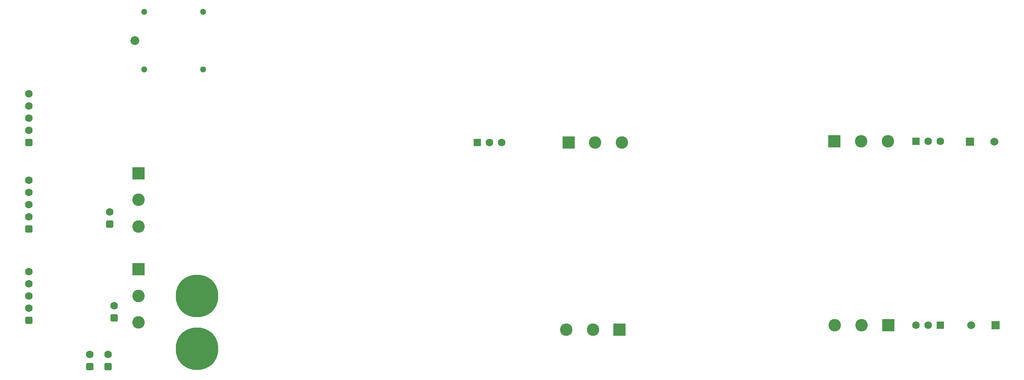
<source format=gbr>
G04*
G04 #@! TF.GenerationSoftware,Altium Limited,Altium Designer,24.1.2 (44)*
G04*
G04 Layer_Color=255*
%FSLAX25Y25*%
%MOIN*%
G70*
G04*
G04 #@! TF.SameCoordinates,DAD59E85-0841-476F-99BD-E5F442491B29*
G04*
G04*
G04 #@! TF.FilePolarity,Positive*
G04*
G01*
G75*
%ADD40C,0.10236*%
%ADD41R,0.10236X0.10236*%
%ADD45R,0.10236X0.10236*%
%ADD60C,0.35000*%
%ADD61R,0.06299X0.06299*%
%ADD62C,0.06299*%
%ADD63R,0.06299X0.06299*%
%ADD64C,0.06299*%
%ADD65C,0.06555*%
%ADD66R,0.06555X0.06555*%
G04:AMPARAMS|DCode=67|XSize=62.99mil|YSize=62.99mil|CornerRadius=15.75mil|HoleSize=0mil|Usage=FLASHONLY|Rotation=90.000|XOffset=0mil|YOffset=0mil|HoleType=Round|Shape=RoundedRectangle|*
%AMROUNDEDRECTD67*
21,1,0.06299,0.03150,0,0,90.0*
21,1,0.03150,0.06299,0,0,90.0*
1,1,0.03150,0.01575,0.01575*
1,1,0.03150,0.01575,-0.01575*
1,1,0.03150,-0.01575,-0.01575*
1,1,0.03150,-0.01575,0.01575*
%
%ADD67ROUNDEDRECTD67*%
%ADD68C,0.07244*%
%ADD69C,0.05118*%
D40*
X1588780Y525000D02*
D03*
X1566890D02*
D03*
X1763559Y374944D02*
D03*
X1785448D02*
D03*
X1192000Y399110D02*
D03*
Y377221D02*
D03*
X1785181Y525938D02*
D03*
X1807071D02*
D03*
X1565000Y371398D02*
D03*
X1543110D02*
D03*
X1192000Y456000D02*
D03*
Y477890D02*
D03*
D41*
X1545000Y525000D02*
D03*
X1807338Y374944D02*
D03*
X1763291Y525938D02*
D03*
X1586890Y371398D02*
D03*
D45*
X1192000Y421000D02*
D03*
Y499780D02*
D03*
D60*
X1240000Y355693D02*
D03*
Y399000D02*
D03*
D61*
X1470000Y525000D02*
D03*
D62*
X1480000D02*
D03*
X1490000D02*
D03*
X1167000Y351000D02*
D03*
X1152000D02*
D03*
X1102000Y399000D02*
D03*
Y389000D02*
D03*
Y409000D02*
D03*
Y419000D02*
D03*
Y474000D02*
D03*
Y464000D02*
D03*
Y484000D02*
D03*
Y494000D02*
D03*
Y545000D02*
D03*
Y535000D02*
D03*
Y555000D02*
D03*
Y565000D02*
D03*
X1172000Y391000D02*
D03*
X1168398Y467890D02*
D03*
D63*
X1830215Y525898D02*
D03*
X1850000Y375000D02*
D03*
D64*
X1840215Y525898D02*
D03*
X1850215D02*
D03*
X1830000Y375000D02*
D03*
X1840000D02*
D03*
D65*
X1894595Y525767D02*
D03*
X1875451Y375000D02*
D03*
D66*
X1874595Y525767D02*
D03*
X1895451Y375000D02*
D03*
D67*
X1167000Y341000D02*
D03*
X1152000D02*
D03*
X1102000Y379000D02*
D03*
Y454000D02*
D03*
Y525000D02*
D03*
X1172000Y381000D02*
D03*
X1168398Y457890D02*
D03*
D68*
X1189095Y608622D02*
D03*
D69*
X1196968Y632244D02*
D03*
Y585000D02*
D03*
X1245000Y632244D02*
D03*
Y585000D02*
D03*
M02*

</source>
